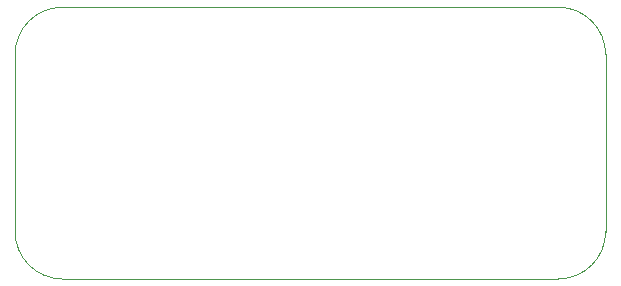
<source format=gbr>
%TF.GenerationSoftware,KiCad,Pcbnew,5.1.10*%
%TF.CreationDate,2021-05-04T11:12:31+02:00*%
%TF.ProjectId,AC-DC,41432d44-432e-46b6-9963-61645f706362,rev?*%
%TF.SameCoordinates,Original*%
%TF.FileFunction,Profile,NP*%
%FSLAX46Y46*%
G04 Gerber Fmt 4.6, Leading zero omitted, Abs format (unit mm)*
G04 Created by KiCad (PCBNEW 5.1.10) date 2021-05-04 11:12:31*
%MOMM*%
%LPD*%
G01*
G04 APERTURE LIST*
%TA.AperFunction,Profile*%
%ADD10C,0.050000*%
%TD*%
G04 APERTURE END LIST*
D10*
X-25000000Y7500000D02*
G75*
G02*
X-21000000Y11500000I4000000J0D01*
G01*
X-21000000Y-11500000D02*
G75*
G02*
X-25000000Y-7500000I0J4000000D01*
G01*
X25000000Y-7500000D02*
G75*
G02*
X21000000Y-11500000I-4000000J0D01*
G01*
X21000000Y11500000D02*
G75*
G02*
X25000000Y7500000I0J-4000000D01*
G01*
X25000000Y-7500000D02*
X25000000Y7500000D01*
X-21000000Y-11500000D02*
X21000000Y-11500000D01*
X-25000000Y7500000D02*
X-25000000Y-7500000D01*
X21000000Y11500000D02*
X-21000000Y11500000D01*
M02*

</source>
